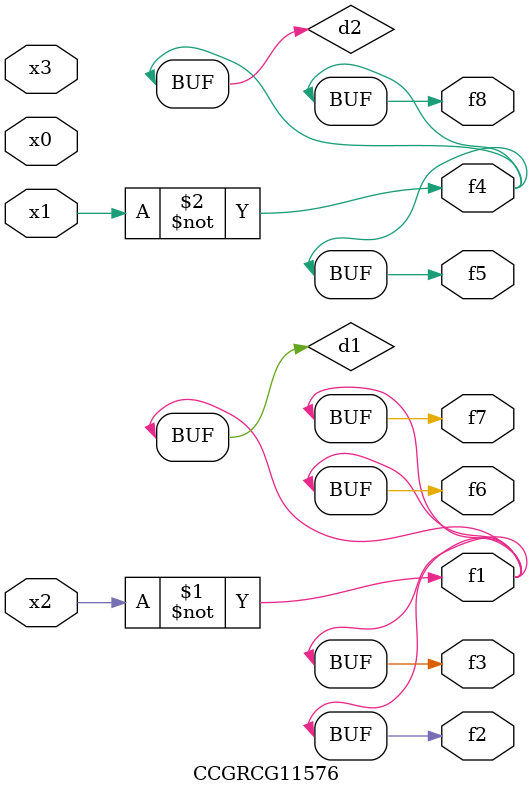
<source format=v>
module CCGRCG11576(
	input x0, x1, x2, x3,
	output f1, f2, f3, f4, f5, f6, f7, f8
);

	wire d1, d2;

	xnor (d1, x2);
	not (d2, x1);
	assign f1 = d1;
	assign f2 = d1;
	assign f3 = d1;
	assign f4 = d2;
	assign f5 = d2;
	assign f6 = d1;
	assign f7 = d1;
	assign f8 = d2;
endmodule

</source>
